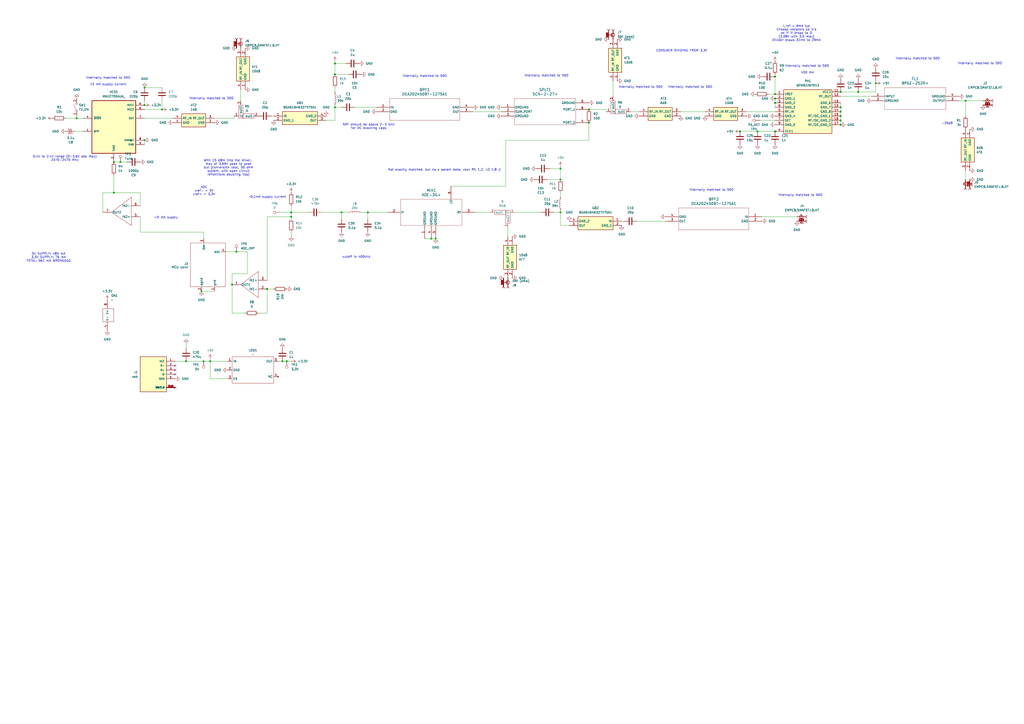
<source format=kicad_sch>
(kicad_sch (version 20231120) (generator "eeschema") (generator_version "8.0")
  (paper "A2")
  (junction (at 194.31 43.18))
  (junction (at 44.45 68.58))
  (junction (at 487.68 67.31))
  (junction (at 429.26 76.2))
  (junction (at 439.42 76.2))
  (junction (at 449.58 59.69))
  (junction (at 487.68 53.34))
  (junction (at 107.95 209.55))
  (junction (at 194.31 36.83))
  (junction (at 449.58 76.2))
  (junction (at 487.68 62.23))
  (junction (at 487.68 69.85))
  (junction (at 69.85 93.98))
  (junction (at 83.82 60.96))
  (junction (at 325.12 97.79))
  (junction (at 497.84 53.34))
  (junction (at 449.58 57.15))
  (junction (at 166.37 209.55))
  (junction (at 508 48.26))
  (junction (at 118.11 209.55))
  (junction (at 449.58 54.61))
  (junction (at 325.12 123.19))
  (junction (at 325.12 104.14))
  (junction (at 116.84 168.91))
  (junction (at 560.07 58.42))
  (junction (at 134.62 165.1))
  (junction (at 252.73 138.43))
  (junction (at 487.68 64.77))
  (junction (at 194.31 62.23))
  (junction (at 341.63 63.5))
  (junction (at 66.04 111.76))
  (junction (at 83.82 81.28))
  (junction (at 198.12 123.19))
  (junction (at 168.91 125.73))
  (junction (at 487.68 72.39))
  (junction (at 83.82 50.8))
  (junction (at 121.92 209.55))
  (junction (at 250.19 138.43))
  (junction (at 93.98 63.5))
  (junction (at 341.63 71.12))
  (junction (at 163.83 209.55))
  (junction (at 213.36 123.19))
  (junction (at 137.16 146.05))
  (junction (at 154.94 167.64))
  (junction (at 168.91 123.19))
  (junction (at 66.04 93.98))
  (junction (at 449.58 44.45))
  (no_connect (at 101.6 217.17))
  (no_connect (at 101.6 224.79))
  (no_connect (at 101.6 212.09))
  (no_connect (at 101.6 214.63))
  (wire (pts (xy 325.12 111.76) (xy 325.12 114.3)))
  (wire (pts (xy 487.68 59.69) (xy 487.68 62.23)))
  (wire (pts (xy 83.82 63.5) (xy 93.98 63.5)))
  (wire (pts (xy 205.74 62.23) (xy 218.44 62.23)))
  (wire (pts (xy 66.04 111.76) (xy 81.28 111.76)))
  (wire (pts (xy 130.81 146.05) (xy 137.16 146.05)))
  (wire (pts (xy 325.12 123.19) (xy 321.31 123.19)))
  (wire (pts (xy 325.12 130.81) (xy 325.12 123.19)))
  (wire (pts (xy 168.91 119.38) (xy 168.91 123.19)))
  (wire (pts (xy 209.55 123.19) (xy 213.36 123.19)))
  (wire (pts (xy 81.28 134.62) (xy 81.28 125.73)))
  (wire (pts (xy 116.84 168.91) (xy 124.46 168.91)))
  (wire (pts (xy 154.94 125.73) (xy 154.94 162.56)))
  (wire (pts (xy 198.12 123.19) (xy 201.93 123.19)))
  (wire (pts (xy 487.68 69.85) (xy 487.68 72.39)))
  (wire (pts (xy 194.31 69.85) (xy 194.31 62.23)))
  (wire (pts (xy 298.45 123.19) (xy 313.69 123.19)))
  (wire (pts (xy 101.6 209.55) (xy 107.95 209.55)))
  (wire (pts (xy 143.51 146.05) (xy 143.51 158.75)))
  (wire (pts (xy 44.45 68.58) (xy 48.26 68.58)))
  (wire (pts (xy 361.95 128.27) (xy 360.68 128.27)))
  (wire (pts (xy 142.24 181.61) (xy 134.62 181.61)))
  (wire (pts (xy 135.89 68.58) (xy 135.89 67.31)))
  (wire (pts (xy 318.77 97.79) (xy 325.12 97.79)))
  (wire (pts (xy 325.12 104.14) (xy 317.5 104.14)))
  (wire (pts (xy 487.68 62.23) (xy 487.68 64.77)))
  (wire (pts (xy 275.59 123.19) (xy 284.48 123.19)))
  (wire (pts (xy 508 46.99) (xy 508 48.26)))
  (wire (pts (xy 341.63 71.12) (xy 341.63 81.28)))
  (wire (pts (xy 121.92 208.28) (xy 121.92 209.55)))
  (wire (pts (xy 351.79 64.77) (xy 351.79 63.5)))
  (wire (pts (xy 107.95 199.39) (xy 107.95 201.93)))
  (wire (pts (xy 93.98 58.42) (xy 93.98 63.5)))
  (wire (pts (xy 213.36 123.19) (xy 224.79 123.19)))
  (wire (pts (xy 66.04 93.98) (xy 69.85 93.98)))
  (wire (pts (xy 154.94 167.64) (xy 154.94 181.61)))
  (wire (pts (xy 118.11 138.43) (xy 118.11 134.62)))
  (wire (pts (xy 59.69 111.76) (xy 66.04 111.76)))
  (wire (pts (xy 194.31 36.83) (xy 194.31 35.56)))
  (wire (pts (xy 274.32 64.77) (xy 290.83 64.77)))
  (wire (pts (xy 194.31 43.18) (xy 201.93 43.18)))
  (wire (pts (xy 439.42 76.2) (xy 449.58 76.2)))
  (wire (pts (xy 449.58 59.69) (xy 449.58 62.23)))
  (wire (pts (xy 440.69 69.85) (xy 449.58 69.85)))
  (wire (pts (xy 394.97 64.77) (xy 408.94 64.77)))
  (wire (pts (xy 81.28 134.62) (xy 118.11 134.62)))
  (wire (pts (xy 194.31 36.83) (xy 194.31 43.18)))
  (wire (pts (xy 83.82 81.28) (xy 83.82 83.82)))
  (wire (pts (xy 369.57 128.27) (xy 386.08 128.27)))
  (wire (pts (xy 325.12 97.79) (xy 325.12 104.14)))
  (wire (pts (xy 137.16 146.05) (xy 143.51 146.05)))
  (wire (pts (xy 330.2 130.81) (xy 325.12 130.81)))
  (wire (pts (xy 139.7 52.07) (xy 139.7 58.42)))
  (wire (pts (xy 162.56 123.19) (xy 168.91 123.19)))
  (wire (pts (xy 107.95 209.55) (xy 118.11 209.55)))
  (wire (pts (xy 118.11 209.55) (xy 121.92 209.55)))
  (wire (pts (xy 487.68 55.88) (xy 505.46 55.88)))
  (wire (pts (xy 83.82 58.42) (xy 83.82 60.96)))
  (wire (pts (xy 44.45 67.31) (xy 44.45 68.58)))
  (wire (pts (xy 83.82 68.58) (xy 100.33 68.58)))
  (wire (pts (xy 81.28 119.38) (xy 81.28 111.76)))
  (wire (pts (xy 157.48 67.31) (xy 158.75 67.31)))
  (wire (pts (xy 121.92 209.55) (xy 132.08 209.55)))
  (wire (pts (xy 154.94 181.61) (xy 149.86 181.61)))
  (wire (pts (xy 168.91 123.19) (xy 168.91 125.73)))
  (wire (pts (xy 43.18 76.2) (xy 48.26 76.2)))
  (wire (pts (xy 198.12 127) (xy 198.12 123.19)))
  (wire (pts (xy 38.1 68.58) (xy 44.45 68.58)))
  (wire (pts (xy 293.37 107.95) (xy 293.37 81.28)))
  (wire (pts (xy 449.58 57.15) (xy 449.58 59.69)))
  (wire (pts (xy 200.66 36.83) (xy 194.31 36.83)))
  (wire (pts (xy 449.58 43.18) (xy 449.58 44.45)))
  (wire (pts (xy 189.23 69.85) (xy 194.31 69.85)))
  (wire (pts (xy 449.58 44.45) (xy 449.58 54.61)))
  (wire (pts (xy 69.85 93.98) (xy 73.66 93.98)))
  (wire (pts (xy 325.12 97.79) (xy 325.12 96.52)))
  (wire (pts (xy 487.68 67.31) (xy 487.68 69.85)))
  (wire (pts (xy 508 48.26) (xy 508 53.34)))
  (wire (pts (xy 134.62 181.61) (xy 134.62 165.1)))
  (wire (pts (xy 143.51 158.75) (xy 134.62 158.75)))
  (wire (pts (xy 429.26 76.2) (xy 439.42 76.2)))
  (wire (pts (xy 365.76 64.77) (xy 370.84 64.77)))
  (wire (pts (xy 59.69 123.19) (xy 59.69 111.76)))
  (wire (pts (xy 163.83 209.55) (xy 166.37 209.55)))
  (wire (pts (xy 194.31 60.96) (xy 194.31 62.23)))
  (wire (pts (xy 351.79 63.5) (xy 341.63 63.5)))
  (wire (pts (xy 293.37 81.28) (xy 341.63 81.28)))
  (wire (pts (xy 168.91 134.62) (xy 168.91 137.16)))
  (wire (pts (xy 441.96 125.73) (xy 462.28 125.73)))
  (wire (pts (xy 246.38 138.43) (xy 250.19 138.43)))
  (wire (pts (xy 261.62 107.95) (xy 293.37 107.95)))
  (wire (pts (xy 556.26 58.42) (xy 560.07 58.42)))
  (wire (pts (xy 325.12 121.92) (xy 325.12 123.19)))
  (wire (pts (xy 294.64 132.08) (xy 294.64 137.16)))
  (wire (pts (xy 121.92 219.71) (xy 121.92 209.55)))
  (wire (pts (xy 83.82 50.8) (xy 93.98 50.8)))
  (wire (pts (xy 154.94 167.64) (xy 158.75 167.64)))
  (wire (pts (xy 250.19 138.43) (xy 252.73 138.43)))
  (wire (pts (xy 186.69 123.19) (xy 198.12 123.19)))
  (wire (pts (xy 194.31 50.8) (xy 194.31 53.34)))
  (wire (pts (xy 433.07 64.77) (xy 449.58 64.77)))
  (wire (pts (xy 194.31 62.23) (xy 198.12 62.23)))
  (wire (pts (xy 154.94 125.73) (xy 168.91 125.73)))
  (wire (pts (xy 560.07 99.06) (xy 560.07 104.14)))
  (wire (pts (xy 560.07 67.31) (xy 560.07 58.42)))
  (wire (pts (xy 132.08 219.71) (xy 121.92 219.71)))
  (wire (pts (xy 560.07 58.42) (xy 570.23 58.42)))
  (wire (pts (xy 161.29 209.55) (xy 163.83 209.55)))
  (wire (pts (xy 497.84 53.34) (xy 508 53.34)))
  (wire (pts (xy 166.37 209.55) (xy 168.91 209.55)))
  (wire (pts (xy 445.77 54.61) (xy 449.58 54.61)))
  (wire (pts (xy 66.04 101.6) (xy 66.04 111.76)))
  (wire (pts (xy 487.68 64.77) (xy 487.68 67.31)))
  (wire (pts (xy 213.36 123.19) (xy 213.36 127)))
  (wire (pts (xy 355.6 46.99) (xy 355.6 55.88)))
  (wire (pts (xy 134.62 158.75) (xy 134.62 165.1)))
  (wire (pts (xy 124.46 68.58) (xy 135.89 68.58)))
  (wire (pts (xy 168.91 123.19) (xy 179.07 123.19)))
  (wire (pts (xy 168.91 125.73) (xy 168.91 127)))
  (wire (pts (xy 487.68 53.34) (xy 497.84 53.34)))
  (text "internally matched to 50O" (at 316.992 43.942 0) (effects (font (size 1.27 1.27))))
  (text "internally matched to 50O" (at 464.312 113.284 0) (effects (font (size 1.27 1.27))))
  (text "Not exactly matched, but no s param data. vswr Rf: 1.2, LO 1.8 :(" (at 257.81 98.552 0) (effects (font (size 1.27 1.27))))
  (text "I_ref = 6mA typ\nChoose resistors so it's\nok if it drops to 0\n(3.08V with 3.5 max)\nDivider draws 31mA to 29mA" (at 462.026 19.304 0) (effects (font (size 1.27 1.27))))
  (text "internally matched to 50O" (at 122.682 57.15 0) (effects (font (size 1.27 1.27))))
  (text "internally matched to 50O" (at 468.122 38.354 0) (effects (font (size 1.27 1.27))))
  (text "internally matched to 50O" (at 532.384 34.036 0) (effects (font (size 1.27 1.27))))
  (text "With 15 dBm into the mixer,\n max of 3.69V peak to peak\n out (conversion loss, 50 ohm\n system, with open circuit\n reflections doubling Vpp)" (at 132.08 97.282 0) (effects (font (size 1.27 1.27))))
  (text "internally matched to 50O" (at 412.75 110.236 0) (effects (font (size 1.27 1.27))))
  (text "internally matched to 50O" (at 568.452 36.83 0) (effects (font (size 1.27 1.27))))
  (text "<5 mA supply" (at 96.266 126.238 0) (effects (font (size 1.27 1.27))))
  (text "cutoff is 400kHz" (at 206.756 149.098 0) (effects (font (size 1.27 1.27))))
  (text "0.4V to 2.4V range (0-3.6V abs max)\n2370-2470 MHz" (at 37.592 91.948 0) (effects (font (size 1.27 1.27))))
  (text "450 mA" (at 468.376 42.164 0) (effects (font (size 1.27 1.27))))
  (text "internally matched to 50O" (at 62.738 45.212 0) (effects (font (size 1.27 1.27))))
  (text "ADC\nvref- = 0V\nvref+ = 3.3V" (at 118.364 110.744 0) (effects (font (size 1.27 1.27))))
  (text "~0.1mA supply current" (at 155.194 114.3 0) (effects (font (size 1.27 1.27))))
  (text "CONSIDER DIVIDING FROM 3.3V" (at 395.478 29.464 0) (effects (font (size 1.27 1.27))))
  (text "15 mA supply current" (at 62.738 49.022 0) (effects (font (size 1.27 1.27))))
  (text "internally matched to 50O" (at 246.38 44.196 0) (effects (font (size 1.27 1.27))))
  (text "internally matched to 50O" (at 400.304 50.546 0) (effects (font (size 1.27 1.27))))
  (text "-35dB" (at 549.402 71.628 0) (effects (font (size 1.27 1.27))))
  (text "SRF should be above 2-3 GHz\nfor DC blocking caps" (at 213.868 73.406 0) (effects (font (size 1.27 1.27))))
  (text "5V SUPPLY: 485 mA\n3.3V SUPPLY: 76 mA\nTOTAL: 561 mA WRONGGGG" (at 28.194 149.352 0) (effects (font (size 1.27 1.27))))
  (text "internally matched to 50O" (at 371.602 50.546 0) (effects (font (size 1.27 1.27))))
  (symbol (lib_id "power:GND") (at 274.32 62.23 90) (unit 1)
    (property "Reference" "#PWR07" (effects (hide yes)))
    (property "Value" "GND" (at 278.13 62.2299 90) (effects (justify right)))
    (property "Description" "Power symbol creates a global label with name \"GND\" , ground" (effects (hide yes)))
  )
  (symbol (lib_id "power:GND") (at 487.68 72.39 90) (unit 1)
    (property "Reference" "#PWR024" (effects (hide yes)))
    (property "Value" "GND" (at 491.49 72.3899 90) (effects (justify right)))
    (property "Description" "Power symbol creates a global label with name \"GND\" , ground" (effects (hide yes)))
  )
  (symbol (lib_id "Device:C") (at 163.83 205.74 0) (unit 1)
    (property "Reference" "C1" (at 167.64 204.4699 0) (effects (justify left)))
    (property "Value" "1u" (at 167.64 207.0099 0) (effects (justify left)))
    (property "Footprint" "Capacitor_SMD:C_0805_2012Metric" (effects (hide yes)))
    (property "Description" "Unpolarized capacitor" (effects (hide yes)))
  )
  (symbol (lib_id "power:GND") (at 449.58 57.15 270) (unit 1)
    (property "Reference" "#PWR055" (effects (hide yes)))
    (property "Value" "GND" (at 445.77 57.1499 90) (effects (justify right)))
    (property "Description" "Power symbol creates a global label with name \"GND\" , ground" (effects (hide yes)))
  )
  (symbol (lib_id "Device:C") (at 153.67 67.31 90) (unit 1)
    (property "Reference" "C2" (at 153.67 59.69 90))
    (property "Value" "20p" (at 153.67 62.23 90))
    (property "Footprint" "Capacitor_SMD:C_0603_1608Metric" (effects (hide yes)))
    (property "Description" "Unpolarized capacitor" (effects (hide yes)))
  )
  (symbol (lib_id "att6:EXB-24AT6AR5X") (at 139.7 48.26 90) (unit 1)
    (property "Reference" "AT1" (at 146.05 38.7349 90) (effects (justify right)))
    (property "Value" "10dB" (at 146.05 41.2749 90) (effects (justify right)))
    (property "Footprint" "my_footprints:EXB24AT6AR5X" (effects (hide yes)))
    (property "Datasheet" "http://industrial.panasonic.com/www-cgi/jvcr13pz.cgi?E+PZ+3+AOJ0002+EXB24AT6AR5X+7+WW" (effects (hide yes)))
    (property "Description" "Chip Attenuator 3GHz 6dB Automotive 4-Pin Case 0404(1010Metric) T/R" (effects (hide yes)))
    (property "Height" "0.45" (effects (hide yes)))
    (property "Manufacturer_Name" "Panasonic" (effects (hide yes)))
    (property "Manufacturer_Part_Number" "EXB-24AT6AR5X" (effects (hide yes)))
    (property "Mouser Part Number" "667-EXB-24AT6AR5X" (effects (hide yes)))
    (property "Mouser Price/Stock" "https://www.mouser.co.uk/ProductDetail/Panasonic/EXB-24AT6AR5X?qs=mBwMfv9Clf1DVBt79fcpJA%3D%3D" (effects (hide yes)))
    (property "Arrow Part Number" "EXB-24AT6AR5X" (effects (hide yes)))
    (property "Arrow Price/Stock" "https://www.arrow.com/en/products/exb-24at6ar5x/panasonic?region=nac" (effects (hide yes)))
  )
  (symbol (lib_id "Connector:TestPoint") (at 162.56 123.19 90) (unit 1)
    (property "Reference" "TP6" (at 159.258 118.11 90))
    (property "Value" "IF" (at 159.258 120.65 90))
    (property "Footprint" "TestPoint:TestPoint_Pad_2.5x2.5mm" (effects (hide yes)))
    (property "Description" "test point" (effects (hide yes)))
  )
  (symbol (lib_id "power:GND") (at 462.28 128.27 0) (mirror y) (unit 1)
    (property "Reference" "#PWR06" (effects (hide yes)))
    (property "Value" "GND" (at 462.28 133.35 0))
    (property "Description" "Power symbol creates a global label with name \"GND\" , ground" (effects (hide yes)))
  )
  (symbol (lib_id "Device:C") (at 93.98 54.61 0) (unit 1)
    (property "Reference" "C7" (at 97.79 53.3399 0) (effects (justify left)))
    (property "Value" "220p" (at 97.79 55.8799 0) (effects (justify left)))
    (property "Footprint" "Capacitor_SMD:C_0603_1608Metric" (effects (hide yes)))
    (property "Description" "Unpolarized capacitor" (effects (hide yes)))
  )
  (symbol (lib_id "my_sma:EMPCB.SMAFSTJ.B.HT") (at 562.61 106.68 90) (unit 1)
    (property "Reference" "J5" (at 565.15 105.7909 90) (effects (justify right)))
    (property "Value" "EMPCB.SMAFSTJ.B.HT" (at 565.15 108.3309 90) (effects (justify right)))
    (property "Footprint" "my_footprints:sma_1.6mm" (effects (hide yes)))
    (property "DigiKey_Part_Number" "931-1175-ND" (effects (hide yes)))
    (property "SnapEDA_Link" "https://www.snapeda.com/parts/EMPCB.SMAFSTJ.B.HT/Taoglas/view-part/?ref=snap" (effects (hide yes)))
    (property "Description_1" "\n                        \n                            SMA Connector Jack, Female Socket 50 Ohms Board Edge, End Launch Solder\n                        \n" (effects (hide yes)))
    (property "Package" "None" (effects (hide yes)))
    (property "Check_prices" "https://www.snapeda.com/parts/EMPCB.SMAFSTJ.B.HT/Taoglas/view-part/?ref=eda" (effects (hide yes)))
    (property "STANDARD" "Manufacturer Recommendation" (effects (hide yes)))
    (property "MF" "Taoglas Limited" (effects (hide yes)))
    (property "MP" "EMPCB.SMAFSTJ.B.HT" (effects (hide yes)))
    (property "MANUFACTURER" "TAOGLAS" (effects (hide yes)))
  )
  (symbol (lib_id "ukb:SCN-2-27+") (at 290.83 62.23 0) (unit 1)
    (property "Reference" "SPLT1" (at 316.23 52.07 0) (effects (font (size 1.524 1.524))))
    (property "Value" "SCN-2-27+" (at 316.23 54.61 0) (effects (font (size 1.524 1.524))))
    (property "Footprint" "Filter:Filter_Mini-Circuits_FV1206-1" (effects (hide yes)))
    (property "Datasheet" "SCN-2-27+" (effects (hide yes)))
  )
  (symbol (lib_id "Device:C") (at 77.47 93.98 90) (mirror x) (unit 1)
    (property "Reference" "C9" (at 77.47 101.6 90))
    (property "Value" "1000p" (at 77.47 99.06 90))
    (property "Footprint" "Capacitor_SMD:C_0805_2012Metric" (effects (hide yes)))
    (property "Description" "Unpolarized capacitor" (effects (hide yes)))
  )
  (symbol (lib_id "my_sma:EMPCB.SMAFSTJ.B.HT") (at 464.82 128.27 0) (mirror y) (unit 1)
    (property "Reference" "J4" (at 465.201 119.38 0))
    (property "Value" "EMPCB.SMAFSTJ.B.HT" (at 465.201 121.92 0))
    (property "Footprint" "my_footprints:sma_1.6mm" (effects (hide yes)))
    (property "DigiKey_Part_Number" "931-1175-ND" (effects (hide yes)))
    (property "SnapEDA_Link" "https://www.snapeda.com/parts/EMPCB.SMAFSTJ.B.HT/Taoglas/view-part/?ref=snap" (effects (hide yes)))
    (property "Description_1" "\n                        \n                            SMA Connector Jack, Female Socket 50 Ohms Board Edge, End Launch Solder\n                        \n" (effects (hide yes)))
    (property "Package" "None" (effects (hide yes)))
    (property "Check_prices" "https://www.snapeda.com/parts/EMPCB.SMAFSTJ.B.HT/Taoglas/view-part/?ref=eda" (effects (hide yes)))
    (property "STANDARD" "Manufacturer Recommendation" (effects (hide yes)))
    (property "MF" "Taoglas Limited" (effects (hide yes)))
    (property "MP" "EMPCB.SMAFSTJ.B.HT" (effects (hide yes)))
    (property "MANUFACTURER" "TAOGLAS" (effects (hide yes)))
  )
  (symbol (lib_id "power:GND") (at 116.84 168.91 0) (unit 1)
    (property "Reference" "#PWR074" (effects (hide yes)))
    (property "Value" "GND" (at 116.84 173.99 0))
    (property "Description" "Power symbol creates a global label with name \"GND\" , ground" (effects (hide yes)))
  )
  (symbol (lib_id "Switch:SW_SPST") (at 44.45 62.23 90) (unit 1)
    (property "Reference" "SW1" (at 45.72 60.9599 90) (effects (justify right)))
    (property "Value" "TX_EN" (at 45.72 63.4999 90) (effects (justify right)))
    (property "Footprint" "Connector_PinHeader_2.54mm:PinHeader_1x02_P2.54mm_Vertical" (effects (hide yes)))
    (property "Description" "Single Pole Single Throw (SPST) switch" (effects (hide yes)))
  )
  (symbol (lib_id "power:GND") (at 132.08 214.63 270) (unit 1)
    (property "Reference" "#PWR080" (effects (hide yes)))
    (property "Value" "GND" (at 128.27 214.6299 90) (effects (justify right)))
    (property "Description" "Power symbol creates a global label with name \"GND\" , ground" (effects (hide yes)))
  )
  (symbol (lib_id "power:GND") (at 189.23 67.31 180) (unit 1)
    (property "Reference" "#PWR029" (effects (hide yes)))
    (property "Value" "GND" (at 189.23 62.23 0))
    (property "Description" "Power symbol creates a global label with name \"GND\" , ground" (effects (hide yes)))
  )
  (symbol (lib_id "Device:R") (at 146.05 181.61 90) (unit 1)
    (property "Reference" "R8" (at 146.05 175.26 90))
    (property "Value" "0" (at 146.05 177.8 90))
    (property "Footprint" "Resistor_SMD:R_0805_2012Metric" (effects (hide yes)))
    (property "Description" "Resistor" (effects (hide yes)))
  )
  (symbol (lib_id "power:GND") (at 44.45 57.15 180) (unit 1)
    (property "Reference" "#PWR036" (effects (hide yes)))
    (property "Value" "GND" (at 44.45 52.07 0))
    (property "Description" "Power symbol creates a global label with name \"GND\" , ground" (effects (hide yes)))
  )
  (symbol (lib_id "power:GND") (at 158.75 69.85 0) (unit 1)
    (property "Reference" "#PWR045" (effects (hide yes)))
    (property "Value" "GND" (at 158.75 74.93 0))
    (property "Description" "Power symbol creates a global label with name \"GND\" , ground" (effects (hide yes)))
  )
  (symbol (lib_id "power:GND") (at 297.18 161.29 90) (mirror x) (unit 1)
    (property "Reference" "#PWR048" (effects (hide yes)))
    (property "Value" "GND" (at 300.99 161.2901 90) (effects (justify right)))
    (property "Description" "Power symbol creates a global label with name \"GND\" , ground" (effects (hide yes)))
  )
  (symbol (lib_id "power:GND") (at 358.14 46.99 90) (unit 1)
    (property "Reference" "#PWR042" (effects (hide yes)))
    (property "Value" "GND" (at 361.95 46.9899 90) (effects (justify right)))
    (property "Description" "Power symbol creates a global label with name \"GND\" , ground" (effects (hide yes)))
  )
  (symbol (lib_id "Device:C") (at 449.58 80.01 0) (unit 1)
    (property "Reference" "C21" (at 453.39 78.7399 0) (effects (justify left)))
    (property "Value" "1n" (at 453.39 81.2799 0) (effects (justify left)))
    (property "Footprint" "Capacitor_SMD:C_0805_2012Metric" (effects (hide yes)))
    (property "Description" "Unpolarized capacitor" (effects (hide yes)))
  )
  (symbol (lib_id "power:GND") (at 570.23 60.96 0) (mirror y) (unit 1)
    (property "Reference" "#PWR013" (effects (hide yes)))
    (property "Value" "GND" (at 570.23 66.04 0))
    (property "Description" "Power symbol creates a global label with name \"GND\" , ground" (effects (hide yes)))
  )
  (symbol (lib_id "power:GND") (at 556.26 55.88 90) (unit 1)
    (property "Reference" "#PWR019" (effects (hide yes)))
    (property "Value" "GND" (at 560.07 55.8799 90) (effects (justify right)))
    (property "Description" "Power symbol creates a global label with name \"GND\" , ground" (effects (hide yes)))
  )
  (symbol (lib_id "power:GND") (at 208.28 36.83 90) (unit 1)
    (property "Reference" "#PWR05" (effects (hide yes)))
    (property "Value" "GND" (at 212.09 36.8299 90) (effects (justify right)))
    (property "Description" "Power symbol creates a global label with name \"GND\" , ground" (effects (hide yes)))
  )
  (symbol (lib_id "power:GND") (at 107.95 199.39 180) (unit 1)
    (property "Reference" "#PWR056" (effects (hide yes)))
    (property "Value" "GND" (at 107.95 194.31 0))
    (property "Description" "Power symbol creates a global label with name \"GND\" , ground" (effects (hide yes)))
  )
  (symbol (lib_id "power:GND") (at 562.61 74.93 90) (unit 1)
    (property "Reference" "#PWR044" (effects (hide yes)))
    (property "Value" "GND" (at 566.42 74.9299 90) (effects (justify right)))
    (property "Description" "Power symbol creates a global label with name \"GND\" , ground" (effects (hide yes)))
  )
  (symbol (lib_id "Device:C") (at 213.36 130.81 180) (unit 1)
    (property "Reference" "C34" (at 217.17 129.5399 0) (effects (justify right)))
    (property "Value" "5.1p" (at 217.17 132.0799 0) (effects (justify right)))
    (property "Footprint" "Capacitor_SMD:C_0603_1608Metric" (effects (hide yes)))
    (property "Description" "Unpolarized capacitor" (effects (hide yes)))
  )
  (symbol (lib_id "power:+3.3V") (at 93.98 63.5 270) (unit 1)
    (property "Reference" "#PWR033" (effects (hide yes)))
    (property "Value" "+3.3V" (at 97.79 63.4999 90) (effects (justify left)))
    (property "Description" "Power symbol creates a global label with name \"+3.3V\"" (effects (hide yes)))
  )
  (symbol (lib_id "power:GND") (at 38.1 76.2 270) (unit 1)
    (property "Reference" "#PWR032" (effects (hide yes)))
    (property "Value" "GND" (at 34.29 76.1999 90) (effects (justify right)))
    (property "Description" "Power symbol creates a global label with name \"GND\" , ground" (effects (hide yes)))
  )
  (symbol (lib_id "power:+5V") (at 508 48.26 270) (unit 1)
    (property "Reference" "#PWR065" (effects (hide yes)))
    (property "Value" "+5V" (at 511.81 48.2599 90) (effects (justify left)))
    (property "Description" "Power symbol creates a global label with name \"+5V\"" (effects (hide yes)))
  )
  (symbol (lib_id "Device:R") (at 441.96 54.61 90) (unit 1)
    (property "Reference" "R10" (at 441.96 48.26 90))
    (property "Value" "100" (at 441.96 50.8 90))
    (property "Footprint" "Resistor_SMD:R_0805_2012Metric" (effects (hide yes)))
    (property "Description" "Resistor" (effects (hide yes)))
  )
  (symbol (lib_id "power:GND") (at 505.46 58.42 270) (unit 1)
    (property "Reference" "#PWR023" (effects (hide yes)))
    (property "Value" "GND" (at 501.65 58.4199 90) (effects (justify right)))
    (property "Description" "Power symbol creates a global label with name \"GND\" , ground" (effects (hide yes)))
  )
  (symbol (lib_id "power:GND") (at 166.37 167.64 90) (unit 1)
    (property "Reference" "#PWR035" (effects (hide yes)))
    (property "Value" "GND" (at 170.18 167.6399 90) (effects (justify right)))
    (property "Description" "Power symbol creates a global label with name \"GND\" , ground" (effects (hide yes)))
  )
  (symbol (lib_id "Device:C_Polarized_Small_US") (at 40.64 76.2 270) (mirror x) (unit 1)
    (property "Reference" "C8" (at 41.0718 82.55 90))
    (property "Value" "0.1u" (at 41.0718 80.01 90))
    (property "Footprint" "Capacitor_SMD:C_0805_2012Metric" (effects (hide yes)))
    (property "Description" "Polarized capacitor, small US symbol" (effects (hide yes)))
  )
  (symbol (lib_id "Device:C") (at 445.77 44.45 90) (unit 1)
    (property "Reference" "C27" (at 445.77 36.83 90))
    (property "Value" "0.1u" (at 445.77 39.37 90))
    (property "Footprint" "Capacitor_SMD:C_0805_2012Metric" (effects (hide yes)))
    (property "Description" "Unpolarized capacitor" (effects (hide yes)))
  )
  (symbol (lib_id "att6:EXB-24AT6AR5X") (at 294.64 140.97 90) (mirror x) (unit 1)
    (property "Reference" "AT7" (at 300.99 150.4951 90) (effects (justify right)))
    (property "Value" "10dB" (at 300.99 147.9551 90) (effects (justify right)))
    (property "Footprint" "my_footprints:EXB24AT6AR5X" (effects (hide yes)))
    (property "Datasheet" "http://industrial.panasonic.com/www-cgi/jvcr13pz.cgi?E+PZ+3+AOJ0002+EXB24AT6AR5X+7+WW" (effects (hide yes)))
    (property "Description" "Chip Attenuator 3GHz 6dB Automotive 4-Pin Case 0404(1010Metric) T/R" (effects (hide yes)))
    (property "Height" "0.45" (effects (hide yes)))
    (property "Manufacturer_Name" "Panasonic" (effects (hide yes)))
    (property "Manufacturer_Part_Number" "EXB-24AT6AR5X" (effects (hide yes)))
    (property "Mouser Part Number" "667-EXB-24AT6AR5X" (effects (hide yes)))
    (property "Mouser Price/Stock" "https://www.mouser.co.uk/ProductDetail/Panasonic/EXB-24AT6AR5X?qs=mBwMfv9Clf1DVBt79fcpJA%3D%3D" (effects (hide yes)))
    (property "Arrow Part Number" "EXB-24AT6AR5X" (effects (hide yes)))
    (property "Arrow Price/Stock" "https://www.arrow.com/en/products/exb-24at6ar5x/panasonic?region=nac" (effects (hide yes)))
  )
  (symbol (lib_id "smaller_bpf:BPGE-252R+") (at 505.46 55.88 0) (unit 1)
    (property "Reference" "FL1" (at 530.86 45.72 0) (effects (font (size 1.524 1.524))))
    (property "Value" "BPGE-252R+" (at 530.86 48.26 0) (effects (font (size 1.524 1.524))))
    (property "Footprint" "my_footprints:GE0805C-3_MNC" (effects (hide yes)))
    (property "Datasheet" "BPGE-252R+" (effects (hide yes)))
  )
  (symbol (lib_id "Device:C") (at 83.82 54.61 0) (mirror y) (unit 1)
    (property "Reference" "C6" (at 80.01 53.3399 0) (effects (justify left)))
    (property "Value" "220p" (at 80.01 55.8799 0) (effects (justify left)))
    (property "Footprint" "Capacitor_SMD:C_0603_1608Metric" (effects (hide yes)))
    (property "Description" "Unpolarized capacitor" (effects (hide yes)))
  )
  (symbol (lib_id "big_pitch_gb:BGA616H6327XTSA1") (at 360.68 128.27 0) (mirror y) (unit 1)
    (property "Reference" "GB2" (at 345.44 120.65 0))
    (property "Value" "BGA616H6327XTSA1" (at 345.44 123.19 0))
    (property "Footprint" "my_footprints:BGA616H6327XTSA1" (effects (hide yes)))
    (property "Datasheet" "https://www.infineon.com/dgdl/Infineon-BGA616-DS-v02_01-en.pdf?fileId=db3a304314dca3890115419102bb163b" (effects (hide yes)))
    (property "Description" "RF Amplifier IC CDMA, GSM, PCS 0Hz ~ 2.7GHz PG-SOT343-4" (effects (hide yes)))
    (property "Height" "1" (effects (hide yes)))
    (property "Manufacturer_Name" "Infineon" (effects (hide yes)))
    (property "Manufacturer_Part_Number" "BGA616H6327XTSA1" (effects (hide yes)))
    (property "Mouser Part Number" "726-BGA616H6327XTSA1" (effects (hide yes)))
    (property "Mouser Price/Stock" "https://www.mouser.co.uk/ProductDetail/Infineon-Technologies/BGA616H6327XTSA1?qs=K00xGehIlju0hwqCixDg5g%3D%3D" (effects (hide yes)))
    (property "Arrow Part Number" "BGA616H6327XTSA1" (effects (hide yes)))
    (property "Arrow Price/Stock" "https://www.arrow.com/en/products/bga616h6327xtsa1/infineon-technologies-ag?region=nac" (effects (hide yes)))
  )
  (symbol (lib_id "power:GND") (at 449.58 67.31 270) (unit 1)
    (property "Reference" "#PWR054" (effects (hide yes)))
    (property "Value" "GND" (at 445.77 67.3099 90) (effects (justify right)))
    (property "Description" "Power symbol creates a global label with name \"GND\" , ground" (effects (hide yes)))
  )
  (symbol (lib_id "power:GND") (at 83.82 50.8 180) (unit 1)
    (property "Reference" "#PWR028" (effects (hide yes)))
    (property "Value" "GND" (at 83.82 45.72 0))
    (property "Description" "Power symbol creates a global label with name \"GND\" , ground" (effects (hide yes)))
  )
  (symbol (lib_id "power:+3.3V") (at 168.91 111.76 0) (unit 1)
    (property "Reference" "#PWR026" (effects (hide yes)))
    (property "Value" "+3.3V" (at 168.91 106.68 0))
    (property "Description" "Power symbol creates a global label with name \"+3.3V\"" (effects (hide yes)))
  )
  (symbol (lib_id "max2750:MAX2750AUA_") (at 66.04 73.66 0) (unit 1)
    (property "Reference" "VCO1" (at 66.04 53.34 0))
    (property "Value" "MAX2750AUA_" (at 66.04 55.88 0))
    (property "Footprint" "my_footprints:SOP65P490X110-8N" (effects (hide yes)))
    (property "DigiKey_Part_Number" "MAX2750AUA+-ND" (effects (hide yes)))
    (property "SnapEDA_Link" "https://www.snapeda.com/parts/MAX2750AUA+/Analog+Devices/view-part/?ref=snap" (effects (hide yes)))
    (property "Description_1" "\n                        \n                            2.4GHz Monolithic Voltage-Controlled Oscillator\n                        \n" (effects (hide yes)))
    (property "MF" "Analog Devices" (effects (hide yes)))
    (property "Package" "MICRO MAX-8 Maxim" (effects (hide yes)))
    (property "Check_prices" "https://www.snapeda.com/parts/MAX2750AUA+/Analog+Devices/view-part/?ref=eda" (effects (hide yes)))
    (property "MP" "MAX2750AUA+" (effects (hide yes)))
  )
  (symbol (lib_id "my_sma:EMPCB.SMAFSTJ.B.HT") (at 353.06 20.32 270) (unit 1)
    (property "Reference" "J7" (at 358.14 18.6689 90) (effects (justify left)))
    (property "Value" "DNI (sma)" (at 358.14 21.2089 90) (effects (justify left)))
    (property "Footprint" "my_footprints:sma_1.6mm" (effects (hide yes)))
    (property "DigiKey_Part_Number" "931-1175-ND" (effects (hide yes)))
    (property "SnapEDA_Link" "https://www.snapeda.com/parts/EMPCB.SMAFSTJ.B.HT/Taoglas/view-part/?ref=snap" (effects (hide yes)))
    (property "Description_1" "\n                        \n                            SMA Connector Jack, Female Socket 50 Ohms Board Edge, End Launch Solder\n                        \n" (effects (hide yes)))
    (property "Package" "None" (effects (hide yes)))
    (property "Check_prices" "https://www.snapeda.com/parts/EMPCB.SMAFSTJ.B.HT/Taoglas/view-part/?ref=eda" (effects (hide yes)))
    (property "STANDARD" "Manufacturer Recommendation" (effects (hide yes)))
    (property "MF" "Taoglas Limited" (effects (hide yes)))
    (property "MP" "EMPCB.SMAFSTJ.B.HT" (effects (hide yes)))
    (property "MANUFACTURER" "TAOGLAS" (effects (hide yes)))
  )
  (symbol (lib_id "power:GND") (at 62.23 191.77 0) (unit 1)
    (property "Reference" "#PWR046" (effects (hide yes)))
    (property "Value" "GND" (at 62.23 196.85 0))
    (property "Description" "Power symbol creates a global label with name \"GND\" , ground" (effects (hide yes)))
  )
  (symbol (lib_id "Device:L") (at 205.74 123.19 90) (unit 1)
    (property "Reference" "L8" (at 205.74 118.11 90))
    (property "Value" "20n" (at 205.74 120.65 90))
    (property "Footprint" "Inductor_SMD:L_0603_1608Metric" (effects (hide yes)))
    (property "Description" "Inductor" (effects (hide yes)))
  )
  (symbol (lib_id "uka:2way_jumper") (at 140.97 62.23 0) (unit 1)
    (property "Reference" "R5" (at 143.256 61.722 0))
    (property "Value" "0" (at 143.256 64.262 0))
    (property "Footprint" "my_footprints:2way_jumper" (effects (hide yes)))
  )
  (symbol (lib_id "power:+5V") (at 429.26 76.2 90) (unit 1)
    (property "Reference" "#PWR064" (effects (hide yes)))
    (property "Value" "+5V" (at 425.45 76.1999 90) (effects (justify left)))
    (property "Description" "Power symbol creates a global label with name \"+5V\"" (effects (hide yes)))
  )
  (symbol (lib_id "Device:C") (at 487.68 49.53 0) (unit 1)
    (property "Reference" "C23" (at 491.49 48.2599 0) (effects (justify left)))
    (property "Value" "1n" (at 491.49 50.7999 0) (effects (justify left)))
    (property "Footprint" "Capacitor_SMD:C_0805_2012Metric" (effects (hide yes)))
    (property "Description" "Unpolarized capacitor" (effects (hide yes)))
  )
  (symbol (lib_id "uka:2way_jumper") (at 356.87 59.69 0) (unit 1)
    (property "Reference" "R6" (at 359.664 59.436 0))
    (property "Value" "0" (at 359.664 61.976 0))
    (property "Footprint" "my_footprints:2way_jumper" (effects (hide yes)))
  )
  (symbol (lib_id "Device:C") (at 439.42 80.01 0) (unit 1)
    (property "Reference" "C22" (at 443.23 78.7399 0) (effects (justify left)))
    (property "Value" "1u" (at 443.23 81.2799 0) (effects (justify left)))
    (property "Footprint" "Capacitor_SMD:C_0805_2012Metric" (effects (hide yes)))
    (property "Description" "Unpolarized capacitor" (effects (hide yes)))
  )
  (symbol (lib_id "power:+3.3V") (at 168.91 209.55 270) (unit 1)
    (property "Reference" "#PWR079" (effects (hide yes)))
    (property "Value" "+3.3V" (at 172.72 209.5499 90) (effects (justify left)))
    (property "Description" "Power symbol creates a global label with name \"+3.3V\"" (effects (hide yes)))
  )
  (symbol (lib_id "power:GND") (at 290.83 67.31 270) (unit 1)
    (property "Reference" "#PWR09" (effects (hide yes)))
    (property "Value" "GND" (at 287.02 67.3099 90) (effects (justify right)))
    (property "Description" "Power symbol creates a global label with name \"GND\" , ground" (effects (hide yes)))
  )
  (symbol (lib_id "Device:C") (at 497.84 49.53 0) (unit 1)
    (property "Reference" "C24" (at 501.65 48.2599 0) (effects (justify left)))
    (property "Value" "1u" (at 501.65 50.7999 0) (effects (justify left)))
    (property "Footprint" "Capacitor_SMD:C_0805_2012Metric" (effects (hide yes)))
    (property "Description" "Unpolarized capacitor" (effects (hide yes)))
  )
  (symbol (lib_id "Device:C") (at 182.88 123.19 90) (unit 1)
    (property "Reference" "C36" (at 182.88 115.57 90))
    (property "Value" "470n" (at 182.88 118.11 90))
    (property "Footprint" "Capacitor_SMD:C_0805_2012Metric" (effects (hide yes)))
    (property "Description" "Unpolarized capacitor" (effects (hide yes)))
  )
  (symbol (lib_id "power:GND") (at 449.58 83.82 0) (unit 1)
    (property "Reference" "#PWR058" (effects (hide yes)))
    (property "Value" "GND" (at 449.58 88.9 0))
    (property "Description" "Power symbol creates a global label with name \"GND\" , ground" (effects (hide yes)))
  )
  (symbol (lib_id "uka:DEA202450BT-1275A1") (at 218.44 62.23 0) (unit 1)
    (property "Reference" "BPF1" (at 246.38 52.07 0) (effects (font (size 1.524 1.524))))
    (property "Value" "DEA202450BT-1275A1" (at 246.38 54.61 0) (effects (font (size 1.524 1.524))))
    (property "Footprint" "my_footprints:DEA-4_2P0X1P25" (effects (hide yes)))
    (property "Datasheet" "DEA202450BT-1275A1" (effects (hide yes)))
  )
  (symbol (lib_id "power:GND") (at 252.73 138.43 0) (mirror y) (unit 1)
    (property "Reference" "#PWR018" (effects (hide yes)))
    (property "Value" "GND" (at 252.73 143.51 0))
    (property "Description" "Power symbol creates a global label with name \"GND\" , ground" (effects (hide yes)))
  )
  (symbol (lib_id "Device:R") (at 162.56 167.64 270) (mirror x) (unit 1)
    (property "Reference" "R19" (at 161.2899 170.18 0) (effects (justify right)))
    (property "Value" "DNI" (at 163.8299 170.18 0) (effects (justify right)))
    (property "Footprint" "Resistor_SMD:R_0805_2012Metric" (effects (hide yes)))
    (property "Description" "Resistor" (effects (hide yes)))
  )
  (symbol (lib_id "power:GND") (at 198.12 134.62 0) (unit 1)
    (property "Reference" "#PWR073" (effects (hide yes)))
    (property "Value" "GND" (at 198.12 139.7 0))
    (property "Description" "Power symbol creates a global label with name \"GND\" , ground" (effects (hide yes)))
  )
  (symbol (lib_id "Device:C") (at 314.96 97.79 270) (mirror x) (unit 1)
    (property "Reference" "C12" (at 314.96 90.17 90))
    (property "Value" "1u" (at 314.96 92.71 90))
    (property "Footprint" "Capacitor_SMD:C_0805_2012Metric" (effects (hide yes)))
    (property "Description" "Unpolarized capacitor" (effects (hide yes)))
  )
  (symbol (lib_id "power:GND") (at 370.84 67.31 270) (unit 1)
    (property "Reference" "#PWR049" (effects (hide yes)))
    (property "Value" "GND" (at 367.03 67.3099 90) (effects (justify right)))
    (property "Description" "Power symbol creates a global label with name \"GND\" , ground" (effects (hide yes)))
  )
  (symbol (lib_id "power:GND") (at 101.6 219.71 90) (unit 1)
    (property "Reference" "#PWR02" (effects (hide yes)))
    (property "Value" "GND" (at 105.41 219.7099 90) (effects (justify right)))
    (property "Description" "Power symbol creates a global label with name \"GND\" , ground" (effects (hide yes)))
  )
  (symbol (lib_id "att6:EXB-24AT6AR5X") (at 374.65 64.77 0) (unit 1)
    (property "Reference" "AT3" (at 384.81 57.15 0))
    (property "Value" "6dB" (at 384.81 59.69 0))
    (property "Footprint" "my_footprints:EXB24AT6AR5X" (effects (hide yes)))
    (property "Datasheet" "http://industrial.panasonic.com/www-cgi/jvcr13pz.cgi?E+PZ+3+AOJ0002+EXB24AT6AR5X+7+WW" (effects (hide yes)))
    (property "Description" "Chip Attenuator 3GHz 6dB Automotive 4-Pin Case 0404(1010Metric) T/R" (effects (hide yes)))
    (property "Height" "0.45" (effects (hide yes)))
    (property "Manufacturer_Name" "Panasonic" (effects (hide yes)))
    (property "Manufacturer_Part_Number" "EXB-24AT6AR5X" (effects (hide yes)))
    (property "Mouser Part Number" "667-EXB-24AT6AR5X" (effects (hide yes)))
    (property "Mouser Price/Stock" "https://www.mouser.co.uk/ProductDetail/Panasonic/EXB-24AT6AR5X?qs=mBwMfv9Clf1DVBt79fcpJA%3D%3D" (effects (hide yes)))
    (property "Arrow Part Number" "EXB-24AT6AR5X" (effects (hide yes)))
    (property "Arrow Price/Stock" "https://www.arrow.com/en/products/exb-24at6ar5x/panasonic?region=nac" (effects (hide yes)))
  )
  (symbol (lib_id "Device:C") (at 365.76 128.27 270) (mirror x) (unit 1)
    (property "Reference" "C10" (at 365.76 120.65 90))
    (property "Value" "20p" (at 365.76 123.19 90))
    (property "Footprint" "Capacitor_SMD:C_0603_1608Metric" (effects (hide yes)))
    (property "Description" "Unpolarized capacitor" (effects (hide yes)))
  )
  (symbol (lib_id "my_sma:EMPCB.SMAFSTJ.B.HT") (at 292.1 163.83 270) (mirror x) (unit 1)
    (property "Reference" "J8" (at 297.18 165.4811 90) (effects (justify left)))
    (property "Value" "DNI (sma)" (at 297.18 162.9411 90) (effects (justify left)))
    (property "Footprint" "my_footprints:sma_1.6mm" (effects (hide yes)))
    (property "DigiKey_Part_Number" "931-1175-ND" (effects (hide yes)))
    (property "SnapEDA_Link" "https://www.snapeda.com/parts/EMPCB.SMAFSTJ.B.HT/Taoglas/view-part/?ref=snap" (effects (hide yes)))
    (property "Description_1" "\n                        \n                            SMA Connector Jack, Female Socket 50 Ohms Board Edge, End Launch Solder\n                        \n" (effects (hide yes)))
    (property "Package" "None" (effects (hide yes)))
    (property "Check_prices" "https://www.snapeda.com/parts/EMPCB.SMAFSTJ.B.HT/Taoglas/view-part/?ref=eda" (effects (hide yes)))
    (property "STANDARD" "Manufacturer Recommendation" (effects (hide yes)))
    (property "MF" "Taoglas Limited" (effects (hide yes)))
    (property "MP" "EMPCB.SMAFSTJ.B.HT" (effects (hide yes)))
    (property "MANUFACTURER" "TAOGLAS" (effects (hide yes)))
  )
  (symbol (lib_id "Device:L") (at 194.31 57.15 0) (unit 1)
    (property "Reference" "L1" (at 195.58 55.8799 0) (effects (justify left)))
    (property "Value" "39n" (at 195.58 58.4199 0) (effects (justify left)))
    (property "Footprint" "Inductor_SMD:L_0603_1608Metric" (effects (hide yes)))
    (property "Description" "Inductor" (effects (hide yes)))
  )
  (symbol (lib_id "power:GND") (at 142.24 52.07 90) (unit 1)
    (property "Reference" "#PWR038" (effects (hide yes)))
    (property "Value" "GND" (at 146.05 52.0699 90) (effects (justify right)))
    (property "Description" "Power symbol creates a global label with name \"GND\" , ground" (effects (hide yes)))
  )
  (symbol (lib_id "power:GND") (at 142.24 27.94 90) (unit 1)
    (property "Reference" "#PWR037" (effects (hide yes)))
    (property "Value" "GND" (at 146.05 27.9399 90) (effects (justify right)))
    (property "Description" "Power symbol creates a global label with name \"GND\" , ground" (effects (hide yes)))
  )
  (symbol (lib_id "att6:EXB-24AT6AR5X") (at 355.6 43.18 90) (unit 1)
    (property "Reference" "AT5" (at 361.95 33.6549 90) (effects (justify right)))
    (property "Value" "10dB" (at 361.95 36.1949 90) (effects (justify right)))
    (property "Footprint" "my_footprints:EXB24AT6AR5X" (effects (hide yes)))
    (property "Datasheet" "http://industrial.panasonic.com/www-cgi/jvcr13pz.cgi?E+PZ+3+AOJ0002+EXB24AT6AR5X+7+WW" (effects (hide yes)))
    (property "Description" "Chip Attenuator 3GHz 6dB Automotive 4-Pin Case 0404(1010Metric) T/R" (effects (hide yes)))
    (property "Height" "0.45" (effects (hide yes)))
    (property "Manufacturer_Name" "Panasonic" (effects (hide yes)))
    (property "Manufacturer_Part_Number" "EXB-24AT6AR5X" (effects (hide yes)))
    (property "Mouser Part Number" "667-EXB-24AT6AR5X" (effects (hide yes)))
    (property "Mouser Price/Stock" "https://www.mouser.co.uk/ProductDetail/Panasonic/EXB-24AT6AR5X?qs=mBwMfv9Clf1DVBt79fcpJA%3D%3D" (effects (hide yes)))
    (property "Arrow Part Number" "EXB-24AT6AR5X" (effects (hide yes)))
    (property "Arrow Price/Stock" "https://www.arrow.com/en/products/exb-24at6ar5x/panasonic?region=nac" (effects (hide yes)))
  )
  (symbol (lib_id "power:GND") (at 309.88 104.14 270) (mirror x) (unit 1)
    (property "Reference" "#PWR071" (effects (hide yes)))
    (property "Value" "GND" (at 306.07 104.1399 90) (effects (justify right)))
    (property "Description" "Power symbol creates a global label with name \"GND\" , ground" (effects (hide yes)))
  )
  (symbol (lib_id "Device:R") (at 66.04 97.79 0) (unit 1)
    (property "Reference" "R4" (at 68.58 96.5199 0) (effects (justify left)))
    (property "Value" "1k" (at 68.58 99.0599 0) (effects (justify left)))
    (property "Footprint" "Resistor_SMD:R_0805_2012Metric" (effects (hide yes)))
    (property "Description" "Resistor" (effects (hide yes)))
  )
  (symbol (lib_id "power:GND") (at 218.44 64.77 270) (unit 1)
    (property "Reference" "#PWR08" (effects (hide yes)))
    (property "Value" "GND" (at 214.63 64.7699 90) (effects (justify right)))
    (property "Description" "Power symbol creates a global label with name \"GND\" , ground" (effects (hide yes)))
  )
  (symbol (lib_id "power:GND") (at 429.26 83.82 0) (unit 1)
    (property "Reference" "#PWR062" (effects (hide yes)))
    (property "Value" "GND" (at 429.26 88.9 0))
    (property "Description" "Power symbol creates a global label with name \"GND\" , ground" (effects (hide yes)))
  )
  (symbol (lib_id "mc_ade_3g:ADE-3G+") (at 224.79 120.65 0) (unit 1)
    (property "Reference" "MIX1" (at 250.19 110.49 0) (effects (font (size 1.524 1.524))))
    (property "Value" "ADE-3G+" (at 250.19 113.03 0) (effects (font (size 1.524 1.524))))
    (property "Footprint" "RF_Mini-Circuits:Mini-Circuits_CD542_LandPatternPL-052" (effects (hide yes)))
    (property "Datasheet" "ADE-3G+" (effects (hide yes)))
  )
  (symbol (lib_id "power:GND") (at 292.1 161.29 270) (mirror x) (unit 1)
    (property "Reference" "#PWR047" (effects (hide yes)))
    (property "Value" "GND" (at 288.29 161.2901 90) (effects (justify right)))
    (property "Description" "Power symbol creates a global label with name \"GND\" , ground" (effects (hide yes)))
  )
  (symbol (lib_id "ukc:ti_ldo") (at 147.32 201.93 0) (unit 1)
    (property "Reference" "LDO1" (at 146.685 203.2 0))
    (property "Value" "~" (at 146.685 205.74 0))
    (property "Footprint" "my_footprints:SOT95P280X145-5N(ldo)" (effects (hide yes)))
  )
  (symbol (lib_id "Device:R") (at 560.07 71.12 0) (mirror y) (unit 1)
    (property "Reference" "R1" (at 557.53 69.8499 0) (effects (justify left)))
    (property "Value" "3k" (at 557.53 72.3899 0) (effects (justify left)))
    (property "Footprint" "Resistor_SMD:R_0805_2012Metric" (effects (hide yes)))
    (property "Description" "Resistor" (effects (hide yes)))
  )
  (symbol (lib_id "power:GND") (at 341.63 59.69 90) (unit 1)
    (property "Reference" "#PWR011" (effects (hide yes)))
    (property "Value" "GND" (at 345.44 59.6899 90) (effects (justify right)))
    (property "Description" "Power symbol creates a global label with name \"GND\" , ground" (effects (hide yes)))
  )
  (symbol (lib_id "power:+3.3V") (at 30.48 68.58 90) (unit 1)
    (property "Reference" "#PWR030" (effects (hide yes)))
    (property "Value" "+3.3V" (at 26.67 68.5799 90) (effects (justify left)))
    (property "Description" "Power symbol creates a global label with name \"+3.3V\"" (effects (hide yes)))
  )
  (symbol (lib_id "power:+5V") (at 449.58 35.56 0) (unit 1)
    (property "Reference" "#PWR066" (effects (hide yes)))
    (property "Value" "+5V" (at 449.58 30.48 0))
    (property "Description" "Power symbol creates a global label with name \"+5V\"" (effects (hide yes)))
  )
  (symbol (lib_id "Device:R") (at 168.91 115.57 0) (unit 1)
    (property "Reference" "R12" (at 171.45 114.2999 0) (effects (justify left)))
    (property "Value" "10k" (at 171.45 116.8399 0) (effects (justify left)))
    (property "Footprint" "Resistor_SMD:R_0805_2012Metric" (effects (hide yes)))
    (property "Description" "Resistor" (effects (hide yes)))
  )
  (symbol (lib_id "att6:EXB-24AT6AR5X") (at 104.14 68.58 0) (unit 1)
    (property "Reference" "AT2" (at 112.395 60.96 0))
    (property "Value" "1dB" (at 112.395 63.5 0))
    (property "Footprint" "my_footprints:EXB24AT6AR5X" (effects (hide yes)))
    (property "Datasheet" "http://industrial.panasonic.com/www-cgi/jvcr13pz.cgi?E+PZ+3+AOJ0002+EXB24AT6AR5X+7+WW" (effects (hide yes)))
    (property "Description" "Chip Attenuator 3GHz 6dB Automotive 4-Pin Case 0404(1010Metric) T/R" (effects (hide yes)))
    (property "Height" "0.45" (effects (hide yes)))
    (property "Manufacturer_Name" "Panasonic" (effects (hide yes)))
    (property "Manufacturer_Part_Number" "EXB-24AT6AR5X" (effects (hide yes)))
    (property "Mouser Part Number" "667-EXB-24AT6AR5X" (effects (hide yes)))
    (property "Mouser Price/Stock" "https://www.mouser.co.uk/ProductDetail/Panasonic/EXB-24AT6AR5X?qs=mBwMfv9Clf1DVBt79fcpJA%3D%3D" (effects (hide yes)))
    (property "Arrow Part Number" "EXB-24AT6AR5X" (effects (hide yes)))
    (property "Arrow Price/Stock" "https://www.arrow.com/en/products/exb-24at6ar5x/panasonic?region=nac" (effects (hide yes)))
  )
  (symbol (lib_id "power:+5V") (at 194.31 35.56 0) (unit 1)
    (property "Reference" "#PWR025" (effects (hide yes)))
    (property "Value" "+5V" (at 194.31 30.48 0))
    (property "Description" "Power symbol creates a global label with name \"+5V\"" (effects (hide yes)))
  )
  (symbol (lib_id "power:GND") (at 358.14 22.86 90) (unit 1)
    (property "Reference" "#PWR041" (effects (hide yes)))
    (property "Value" "GND" (at 361.95 22.8599 90) (effects (justify right)))
    (property "Description" "Power symbol creates a global label with name \"GND\" , ground" (effects (hide yes)))
  )
  (symbol (lib_id "Device:C") (at 201.93 62.23 90) (unit 1)
    (property "Reference" "C3" (at 201.93 54.61 90))
    (property "Value" "20p" (at 201.93 57.15 90))
    (property "Footprint" "Capacitor_SMD:C_0603_1608Metric" (effects (hide yes)))
    (property "Description" "Unpolarized capacitor" (effects (hide yes)))
  )
  (symbol (lib_id "power:GND") (at 81.28 93.98 90) (unit 1)
    (property "Reference" "#PWR034" (effects (hide yes)))
    (property "Value" "GND" (at 85.09 93.9799 90) (effects (justify right)))
    (property "Description" "Power symbol creates a global label with name \"GND\" , ground" (effects (hide yes)))
  )
  (symbol (lib_id "Connector:TestPoint") (at 137.16 146.05 0) (unit 1)
    (property "Reference" "TP5" (at 139.7 141.4779 0) (effects (justify left)))
    (property "Value" "ADC_INP" (at 139.7 144.0179 0) (effects (justify left)))
    (property "Footprint" "TestPoint:TestPoint_Pad_2.5x2.5mm" (effects (hide yes)))
    (property "Description" "test point" (effects (hide yes)))
  )
  (symbol (lib_id "Device:R") (at 325.12 107.95 0) (mirror y) (unit 1)
    (property "Reference" "R11" (at 322.58 106.6799 0) (effects (justify left)))
    (property "Value" "16" (at 322.58 109.2199 0) (effects (justify left)))
    (property "Footprint" "Resistor_SMD:R_0805_2012Metric" (effects (hide yes)))
    (property "Description" "Resistor" (effects (hide yes)))
  )
  (symbol (lib_id "Device:C") (at 508 43.18 0) (unit 1)
    (property "Reference" "C26" (at 511.81 41.9099 0) (effects (justify left)))
    (property "Value" "10u" (at 511.81 44.4499 0) (effects (justify left)))
    (property "Footprint" "Capacitor_Tantalum_SMD:CP_EIA-6032-15_Kemet-U" (effects (hide yes)))
    (property "Description" "Unpolarized capacitor" (effects (hide yes)))
  )
  (symbol (lib_id "power:GND") (at 311.15 97.79 270) (mirror x) (unit 1)
    (property "Reference" "#PWR070" (effects (hide yes)))
    (property "Value" "GND" (at 307.34 97.7899 90) (effects (justify right)))
    (property "Description" "Power symbol creates a global label with name \"GND\" , ground" (effects (hide yes)))
  )
  (symbol (lib_id "power:GND") (at 213.36 134.62 0) (unit 1)
    (property "Reference" "#PWR017" (effects (hide yes)))
    (property "Value" "GND" (at 213.36 139.7 0))
    (property "Description" "Power symbol creates a global label with name \"GND\" , ground" (effects (hide yes)))
  )
  (symbol (lib_id "power:GND") (at 562.61 99.06 90) (unit 1)
    (property "Reference" "#PWR043" (effects (hide yes)))
    (property "Value" "GND" (at 566.42 99.0599 90) (effects (justify right)))
    (property "Description" "Power symbol creates a global label with name \"GND\" , ground" (effects (hide yes)))
  )
  (symbol (lib_id "uka:mcu_connector") (at 120.65 137.16 0) (unit 1)
    (property "Reference" "J3" (at 109.22 153.0349 0) (effects (justify right)))
    (property "Value" "MCU conn" (at 109.22 154.94 0) (effects (justify right)))
    (property "Footprint" "Connector:FanPinHeader_1x04_P2.54mm_Vertical" (effects (hide yes)))
  )
  (symbol (lib_id "power:GND") (at 487.68 45.72 180) (unit 1)
    (property "Reference" "#PWR059" (effects (hide yes)))
    (property "Value" "GND" (at 487.68 40.64 0))
    (property "Description" "Power symbol creates a global label with name \"GND\" , ground" (effects (hide yes)))
  )
  (symbol (lib_id "Connector:TestPoint") (at 440.69 69.85 90) (unit 1)
    (property "Reference" "TP4" (at 437.388 74.93 90))
    (property "Value" "PA_DET" (at 437.388 72.39 90))
    (property "Footprint" "TestPoint:TestPoint_Pad_2.5x2.5mm" (effects (hide yes)))
    (property "Description" "test point" (effects (hide yes)))
  )
  (symbol (lib_id "Connector:TestPoint") (at 69.85 93.98 0) (unit 1)
    (property "Reference" "TP3" (at 72.39 89.4079 0) (effects (justify left)))
    (property "Value" "Tune" (at 72.39 91.9479 0) (effects (justify left)))
    (property "Footprint" "TestPoint:TestPoint_Pad_2.5x2.5mm" (effects (hide yes)))
    (property "Description" "test point" (effects (hide yes)))
  )
  (symbol (lib_id "power:GND") (at 83.82 81.28 90) (unit 1)
    (property "Reference" "#PWR04" (effects (hide yes)))
    (property "Value" "GND" (at 87.63 81.2799 90) (effects (justify right)))
    (property "Description" "Power symbol creates a global label with name \"GND\" , ground" (effects (hide yes)))
  )
  (symbol (lib_id "mini_usb:10118194-0001LF") (at 88.9 217.17 0) (mirror y) (unit 1)
    (property "Reference" "J1" (at 80.01 215.8999 0) (effects (justify left)))
    (property "Value" "usb" (at 80.01 218.4399 0) (effects (justify left)))
    (property "Footprint" "my_footprints:AMPHENOL_10118194-0001LF" (effects (hide yes)))
    (property "MF" "Amphenol ICC (FCI)" (effects (hide yes)))
    (property "MAXIMUM_PACKAGE_HEIGHT" "2.66mm" (effects (hide yes)))
    (property "Package" "None" (effects (hide yes)))
    (property "Price" "None" (effects (hide yes)))
    (property "Check_prices" "https://www.snapeda.com/parts/10118194-0001LF/Amphenol+FCI/view-part/?ref=eda" (effects (hide yes)))
    (property "STANDARD" "Manufacturer Recommendations" (effects (hide yes)))
    (property "PARTREV" "D" (effects (hide yes)))
    (property "SnapEDA_Link" "https://www.snapeda.com/parts/10118194-0001LF/Amphenol+FCI/view-part/?ref=snap" (effects (hide yes)))
    (property "MP" "10118194-0001LF" (effects (hide yes)))
    (property "Description_1" "\n                        \n                            Micro USB, Input Output Connectors, B TYPE RECEPTACLE with flange\n                        \n" (effects (hide yes)))
    (property "Availability" "In Stock" (effects (hide yes)))
    (property "MANUFACTURER" "Amphenol" (effects (hide yes)))
  )
  (symbol (lib_id "att6:EXB-24AT6AR5X") (at 412.75 64.77 0) (unit 1)
    (property "Reference" "AT4" (at 422.91 57.15 0))
    (property "Value" "10dB" (at 422.91 59.69 0))
    (property "Footprint" "my_footprints:EXB24AT6AR5X" (effects (hide yes)))
    (property "Datasheet" "http://industrial.panasonic.com/www-cgi/jvcr13pz.cgi?E+PZ+3+AOJ0002+EXB24AT6AR5X+7+WW" (effects (hide yes)))
    (property "Description" "Chip Attenuator 3GHz 6dB Automotive 4-Pin Case 0404(1010Metric) T/R" (effects (hide yes)))
    (property "Height" "0.45" (effects (hide yes)))
    (property "Manufacturer_Name" "Panasonic" (effects (hide yes)))
    (property "Manufacturer_Part_Number" "EXB-24AT6AR5X" (effects (hide yes)))
    (property "Mouser Part Number" "667-EXB-24AT6AR5X" (effects (hide yes)))
    (property "Mouser Price/Stock" "https://www.mouser.co.uk/ProductDetail/Panasonic/EXB-24AT6AR5X?qs=mBwMfv9Clf1DVBt79fcpJA%3D%3D" (effects (hide yes)))
    (property "Arrow Part Number" "EXB-24AT6AR5X" (effects (hide yes)))
    (property "Arrow Price/Stock" "https://www.arrow.com/en/products/exb-24at6ar5x/panasonic?region=nac" (effects (hide yes)))
  )
  (symbol (lib_id "power:GND") (at 297.18 137.16 90) (mirror x) (unit 1)
    (property "Reference" "#PWR082" (effects (hide yes)))
    (property "Value" "GND" (at 300.99 137.1601 90) (effects (justify right)))
    (property "Description" "Power symbol creates a global label with name \"GND\" , ground" (effects (hide yes)))
  )
  (symbol (lib_id "Device:R") (at 449.58 39.37 0) (unit 1)
    (property "Reference" "R9" (at 452.12 38.0999 0) (effects (justify left)))
    (property "Value" "62" (at 452.12 40.6399 0) (effects (justify left)))
    (property "Footprint" "Resistor_SMD:R_0805_2012Metric" (effects (hide yes)))
    (property "Description" "Resistor" (effects (hide yes)))
  )
  (symbol (lib_id "power:GND") (at 408.94 67.31 0) (mirror y) (unit 1)
    (property "Reference" "#PWR051" (effects (hide yes)))
    (property "Value" "GND" (at 406.4 68.5799 0) (effects (justify left)))
    (property "Description" "Power symbol creates a global label with name \"GND\" , ground" (effects (hide yes)))
  )
  (symbol (lib_id "power:GND") (at 438.15 54.61 270) (unit 1)
    (property "Reference" "#PWR063" (effects (hide yes)))
    (property "Value" "GND" (at 434.34 54.6099 90) (effects (justify right)))
    (property "Description" "Power symbol creates a global label with name \"GND\" , ground" (effects (hide yes)))
  )
  (symbol (lib_id "Device:C") (at 205.74 43.18 90) (mirror x) (unit 1)
    (property "Reference" "C5" (at 205.74 50.8 90))
    (property "Value" "10n" (at 205.74 48.26 90))
    (property "Footprint" "Capacitor_SMD:C_0805_2012Metric" (effects (hide yes)))
    (property "Description" "Unpolarized capacitor" (effects (hide yes)))
  )
  (symbol (lib_id "Device:R") (at 168.91 130.81 0) (unit 1)
    (property "Reference" "R14" (at 171.45 129.5399 0) (effects (justify left)))
    (property "Value" "10k" (at 171.45 132.0799 0) (effects (justify left)))
    (property "Footprint" "Resistor_SMD:R_0805_2012Metric" (effects (hide yes)))
    (property "Description" "Resistor" (effects (hide yes)))
  )
  (symbol (lib_id "power:GND") (at 433.07 67.31 90) (unit 1)
    (property "Reference" "#PWR052" (effects (hide yes)))
    (property "Value" "GND" (at 436.88 67.3099 90) (effects (justify right)))
    (property "Description" "Power symbol creates a global label with name \"GND\" , ground" (effects (hide yes)))
  )
  (symbol (lib_id "Device:R") (at 341.63 67.31 0) (unit 1)
    (property "Reference" "R2" (at 344.17 66.0399 0) (effects (justify left)))
    (property "Value" "100" (at 344.17 68.5799 0) (effects (justify left)))
    (property "Footprint" "Resistor_SMD:R_0805_2012Metric" (effects (hide yes)))
    (property "Description" "Resistor" (effects (hide yes)))
  )
  (symbol (lib_id "power:GND") (at 441.96 44.45 270) (unit 1)
    (property "Reference" "#PWR067" (effects (hide yes)))
    (property "Value" "GND" (at 438.15 44.4499 90) (effects (justify right)))
    (property "Description" "Power symbol creates a global label with name \"GND\" , ground" (effects (hide yes)))
  )
  (symbol (lib_id "power:GND") (at 386.08 125.73 270) (unit 1)
    (property "Reference" "#PWR014" (effects (hide yes)))
    (property "Value" "GND" (effects (hide yes)))
    (property "Description" "Power symbol creates a global label with name \"GND\" , ground" (effects (hide yes)))
  )
  (symbol (lib_id "power:GND") (at 290.83 62.23 270) (unit 1)
    (property "Reference" "#PWR010" (effects (hide yes)))
    (property "Value" "GND" (at 287.02 62.2299 90) (effects (justify right)))
    (property "Description" "Power symbol creates a global label with name \"GND\" , ground" (effects (hide yes)))
  )
  (symbol (lib_id "Connector:TestPoint") (at 166.37 209.55 180) (unit 1)
    (property "Reference" "TP2" (at 168.91 211.5819 0) (effects (justify right)))
    (property "Value" "3.3V" (at 168.91 214.1219 0) (effects (justify right)))
    (property "Footprint" "TestPoint:TestPoint_Pad_2.5x2.5mm" (effects (hide yes)))
    (property "Description" "test point" (effects (hide yes)))
  )
  (symbol (lib_id "power:GND") (at 497.84 45.72 180) (unit 1)
    (property "Reference" "#PWR060" (effects (hide yes)))
    (property "Value" "GND" (at 497.84 40.64 0))
    (property "Description" "Power symbol creates a global label with name \"GND\" , ground" (effects (hide yes)))
  )
  (symbol (lib_id "power:GND") (at 168.91 137.16 0) (unit 1)
    (property "Reference" "#PWR075" (effects (hide yes)))
    (property "Value" "GND" (at 168.91 142.24 0))
    (property "Description" "Power symbol creates a global label with name \"GND\" , ground" (effects (hide yes)))
  )
  (symbol (lib_id "uka:lmv9052_opamp") (at 97.79 109.22 0) (unit 1)
    (property "Reference" "OA1" (at 64.4241 171.45 0) (effects (justify left)))
    (property "Value" "~" (at 64.4241 173.99 0) (effects (justify left)))
    (property "Footprint" "my_footprints:SOT65P280X110-8N(op_amp)" (effects (hide yes)))
  )
  (symbol (lib_id "power:+5V") (at 325.12 96.52 0) (mirror y) (unit 1)
    (property "Reference" "#PWR069" (effects (hide yes)))
    (property "Value" "+5V" (at 325.12 91.44 0))
    (property "Description" "Power symbol creates a global label with name \"+5V\"" (effects (hide yes)))
  )
  (symbol (lib_id "power:GND") (at 439.42 83.82 0) (unit 1)
    (property "Reference" "#PWR057" (effects (hide yes)))
    (property "Value" "GND" (at 439.42 88.9 0))
    (property "Description" "Power symbol creates a global label with name \"GND\" , ground" (effects (hide yes)))
  )
  (symbol (lib_id "Connector:TestPoint") (at 118.11 209.55 0) (mirror x) (unit 1)
    (property "Reference" "TP1" (at 115.57 211.5819 0) (effects (justify right)))
    (property "Value" "5V" (at 115.57 214.1219 0) (effects (justify right)))
    (property "Footprint" "TestPoint:TestPoint_Pad_2.5x2.5mm" (effects (hide yes)))
    (property "Description" "test point" (effects (hide yes)))
  )
  (symbol (lib_id "power:+5V") (at 121.92 208.28 0) (unit 1)
    (property "Reference" "#PWR01" (effects (hide yes)))
    (property "Value" "+5V" (at 121.92 203.2 0))
    (property "Description" "Power symbol creates a global label with name \"+5V\"" (effects (hide yes)))
  )
  (symbol (lib_id "power:GND") (at 562.61 104.14 90) (unit 1)
    (property "Reference" "#PWR012" (effects (hide yes)))
    (property "Value" "GND" (at 566.42 104.1399 90) (effects (justify right)))
    (property "Description" "Power symbol creates a global label with name \"GND\" , ground" (effects (hide yes)))
  )
  (symbol (lib_id "power:GND") (at 209.55 43.18 90) (unit 1)
    (property "Reference" "#PWR027" (effects (hide yes)))
    (property "Value" "GND" (at 213.36 43.1799 90) (effects (justify right)))
    (property "Description" "Power symbol creates a global label with name \"GND\" , ground" (effects (hide yes)))
  )
  (symbol (lib_id "Device:C") (at 198.12 130.81 180) (unit 1)
    (property "Reference" "C35" (at 201.93 129.5399 0) (effects (justify right)))
    (property "Value" "5.1p" (at 201.93 132.0799 0) (effects (justify right)))
    (property "Footprint" "Capacitor_SMD:C_0603_1608Metric" (effects (hide yes)))
    (property "Description" "Unpolarized capacitor" (effects (hide yes)))
  )
  (symbol (lib_id "Device:C") (at 313.69 104.14 270) (unit 1)
    (property "Reference" "C13" (at 313.69 111.76 90))
    (property "Value" "10n" (at 313.69 109.22 90))
    (property "Footprint" "Capacitor_SMD:C_0805_2012Metric" (effects (hide yes)))
    (property "Description" "Unpolarized capacitor" (effects (hide yes)))
  )
  (symbol (lib_id "Device:C") (at 204.47 36.83 90) (unit 1)
    (property "Reference" "C4" (at 204.47 29.21 90))
    (property "Value" "1u" (at 204.47 31.75 90))
    (property "Footprint" "Capacitor_SMD:C_0805_2012Metric" (effects (hide yes)))
    (property "Description" "Unpolarized capacitor" (effects (hide yes)))
  )
  (symbol (lib_id "power:GND") (at 441.96 128.27 90) (unit 1)
    (property "Reference" "#PWR015" (effects (hide yes)))
    (property "Value" "GND" (at 445.77 128.2699 90) (effects (justify right)))
    (property "Description" "Power symbol creates a global label with name \"GND\" , ground" (effects (hide yes)))
  )
  (symbol (lib_id "Device:R") (at 194.31 46.99 0) (unit 1)
    (property "Reference" "R15" (at 196.85 45.7199 0) (effects (justify left)))
    (property "Value" "16" (at 196.85 48.2599 0) (effects (justify left)))
    (property "Footprint" "Resistor_SMD:R_0805_2012Metric" (effects (hide yes)))
    (property "Description" "Resistor" (effects (hide yes)))
  )
  (symbol (lib_id "Device:C") (at 107.95 205.74 180) (unit 1)
    (property "Reference" "C20" (at 111.76 204.4699 0) (effects (justify right)))
    (property "Value" "470u" (at 111.76 207.0099 0) (effects (justify right)))
    (property "Footprint" "Capacitor_THT:CP_Radial_D7.5mm_P2.50mm" (effects (hide yes)))
    (property "Description" "Unpolarized capacitor" (effects (hide yes)))
  )
  (symbol (lib_id "Device:L") (at 325.12 118.11 0) (mirror y) (unit 1)
    (property "Reference" "L2" (at 323.85 116.8399 0) (effects (justify left)))
    (property "Value" "39n" (at 323.85 119.3799 0) (effects (justify left)))
    (property "Footprint" "Inductor_SMD:L_0603_1608Metric" (effects (hide yes)))
    (property "Description" "Inductor" (effects (hide yes)))
  )
  (symbol (lib_id "Device:R") (at 34.29 68.58 90) (unit 1)
    (property "Reference" "R3" (at 34.29 62.23 90))
    (property "Value" "10k" (at 34.29 64.77 90))
    (property "Footprint" "Resistor_SMD:R_0805_2012Metric" (effects (hide yes)))
    (property "Description" "Resistor" (effects (hide yes)))
  )
  (symbol (lib_id "power:+3.3V") (at 62.23 173.99 0) (unit 1)
    (property "Reference" "#PWR03" (effects (hide yes)))
    (property "Value" "+3.3V" (at 62.23 168.91 0))
    (property "Description" "Power symbol creates a global label with name \"+3.3V\"" (effects (hide yes)))
  )
  (symbol (lib_id "power:GND") (at 394.97 67.31 0) (unit 1)
    (property "Reference" "#PWR050" (effects (hide yes)))
    (property "Value" "GND" (at 397.51 68.5799 0) (effects (justify left)))
    (property "Description" "Power symbol creates a global label with name \"GND\" , ground" (effects (hide yes)))
  )
  (symbol (lib_id "power:+3.3V") (at 83.82 60.96 270) (unit 1)
    (property "Reference" "#PWR031" (effects (hide yes)))
    (property "Value" "+3.3V" (at 87.63 60.9599 90) (effects (justify left)))
    (property "Description" "Power symbol creates a global label with name \"+3.3V\"" (effects (hide yes)))
  )
  (symbol (lib_id "power:GND") (at 100.33 71.12 270) (unit 1)
    (property "Reference" "#PWR022" (effects (hide yes)))
    (property "Value" "GND" (at 96.52 71.1199 90) (effects (justify right)))
    (property "Description" "Power symbol creates a global label with name \"GND\" , ground" (effects (hide yes)))
  )
  (symbol (lib_id "power:GND") (at 360.68 130.81 0) (mirror y) (unit 1)
    (property "Reference" "#PWR016" (effects (hide yes)))
    (property "Value" "GND" (at 360.68 135.89 0))
    (property "Description" "Power symbol creates a global label with name \"GND\" , ground" (effects (hide yes)))
  )
  (symbol (lib_id "att6:EXB-24AT6AR5X") (at 560.07 78.74 90) (mirror x) (unit 1)
    (property "Reference" "AT6" (at 566.42 88.2651 90) (effects (justify right)))
    (property "Value" "6dB" (at 566.42 85.7251 90) (effects (justify right)))
    (property "Footprint" "my_footprints:EXB24AT6AR5X" (effects (hide yes)))
    (property "Datasheet" "http://industrial.panasonic.com/www-cgi/jvcr13pz.cgi?E+PZ+3+AOJ0002+EXB24AT6AR5X+7+WW" (effects (hide yes)))
    (property "Description" "Chip Attenuator 3GHz 6dB Automotive 4-Pin Case 0404(1010Metric) T/R" (effects (hide yes)))
    (property "Height" "0.45" (effects (hide yes)))
    (property "Manufacturer_Name" "Panasonic" (effects (hide yes)))
    (property "Manufacturer_Part_Number" "EXB-24AT6AR5X" (effects (hide yes)))
    (property "Mouser Part Number" "667-EXB-24AT6AR5X" (effects (hide yes)))
    (property "Mouser Price/Stock" "https://www.mouser.co.uk/ProductDetail/Panasonic/EXB-24AT6AR5X?qs=mBwMfv9Clf1DVBt79fcpJA%3D%3D" (effects (hide yes)))
    (property "Arrow Part Number" "EXB-24AT6AR5X" (effects (hide yes)))
    (property "Arrow Price/Stock" "https://www.arrow.com/en/products/exb-24at6ar5x/panasonic?region=nac" (effects (hide yes)))
  )
  (symbol (lib_id "uka:DEA202450BT-1275A1") (at 441.96 125.73 0) (mirror y) (unit 1)
    (property "Reference" "BPF2" (at 414.02 115.57 0) (effects (font (size 1.524 1.524))))
    (property "Value" "DEA202450BT-1275A1" (at 414.02 118.11 0) (effects (font (size 1.524 1.524))))
    (property "Footprint" "my_footprints:DEA-4_2P0X1P25" (effects (hide yes)))
    (property "Datasheet" "DEA202450BT-1275A1" (effects (hide yes)))
  )
  (symbol (lib_id "power:GND") (at 137.16 27.94 270) (unit 1)
    (property "Reference" "#PWR039" (effects (hide yes)))
    (property "Value" "GND" (at 133.35 27.9399 90) (effects (justify right)))
    (property "Description" "Power symbol creates a global label with name \"GND\" , ground" (effects (hide yes)))
  )
  (symbol (lib_id "uka:2way_jumper") (at 293.37 128.27 180) (unit 1)
    (property "Reference" "R16" (at 291.465 119.38 0))
    (property "Value" "0" (at 291.465 116.84 0))
    (property "Footprint" "my_footprints:2way_jumper" (effects (hide yes)))
  )
  (symbol (lib_id "power:GND") (at 353.06 22.86 270) (unit 1)
    (property "Reference" "#PWR040" (effects (hide yes)))
    (property "Value" "GND" (at 349.25 22.8599 90) (effects (justify right)))
    (property "Description" "Power symbol creates a global label with name \"GND\" , ground" (effects (hide yes)))
  )
  (symbol (lib_id "Device:C") (at 429.26 80.01 0) (unit 1)
    (property "Reference" "C25" (at 433.07 78.7399 0) (effects (justify left)))
    (property "Value" "10u" (at 433.07 81.2799 0) (effects (justify left)))
    (property "Footprint" "Capacitor_Tantalum_SMD:CP_EIA-6032-15_Kemet-U" (effects (hide yes)))
    (property "Description" "Unpolarized capacitor" (effects (hide yes)))
  )
  (symbol (lib_name "EMPCB.SMAFSTJ.B.HT_1") (lib_id "my_sma:EMPCB.SMAFSTJ.B.HT") (at 572.77 60.96 0) (mirror y) (unit 1)
    (property "Reference" "J2" (at 571.5 48.26 0))
    (property "Value" "EMPCB.SMAFSTJ.B.HT" (at 571.5 50.8 0))
    (property "Footprint" "my_footprints:sma_1.6mm" (effects (hide yes)))
    (property "DigiKey_Part_Number" "931-1175-ND" (effects (hide yes)))
    (property "SnapEDA_Link" "https://www.snapeda.com/parts/EMPCB.SMAFSTJ.B.HT/Taoglas/view-part/?ref=snap" (effects (hide yes)))
    (property "Description_1" "\n                        \n                            SMA Connector Jack, Female Socket 50 Ohms Board Edge, End Launch Solder\n                        \n" (effects (hide yes)))
    (property "Package" "None" (effects (hide yes)))
    (property "Check_prices" "https://www.snapeda.com/parts/EMPCB.SMAFSTJ.B.HT/Taoglas/view-part/?ref=eda" (effects (hide yes)))
    (property "STANDARD" "Manufacturer Recommendation" (effects (hide yes)))
    (property "MF" "Taoglas Limited" (effects (hide yes)))
    (property "MP" "EMPCB.SMAFSTJ.B.HT" (effects (hide yes)))
    (property "MANUFACTURER" "TAOGLAS" (effects (hide yes)))
  )
  (symbol (lib_id "Device:C") (at 317.5 123.19 270) (mirror x) (unit 1)
    (property "Reference" "C11" (at 317.5 115.57 90))
    (property "Value" "20p" (at 317.5 118.11 90))
    (property "Footprint" "Capacitor_SMD:C_0603_1608Metric" (effects (hide yes)))
    (property "Description" "Unpolarized capacitor" (effects (hide yes)))
  )
  (symbol (lib_id "big_pitch_gb:BGA616H6327XTSA1") (at 158.75 67.31 0) (unit 1)
    (property "Reference" "GB1" (at 173.99 59.69 0))
    (property "Value" "BGA616H6327XTSA1" (at 173.99 62.23 0))
    (property "Footprint" "my_footprints:BGA616H6327XTSA1" (effects (hide yes)))
    (property "Datasheet" "https://www.infineon.com/dgdl/Infineon-BGA616-DS-v02_01-en.pdf?fileId=db3a304314dca3890115419102bb163b" (effects (hide yes)))
    (property "Description" "RF Amplifier IC CDMA, GSM, PCS 0Hz ~ 2.7GHz PG-SOT343-4" (effects (hide yes)))
    (property "Height" "1" (effects (hide yes)))
    (property "Manufacturer_Name" "Infineon" (effects (hide yes)))
    (property "Manufacturer_Part_Number" "BGA616H6327XTSA1" (effects (hide yes)))
    (property "Mouser Part Number" "726-BGA616H6327XTSA1" (effects (hide yes)))
    (property "Mouser Price/Stock" "https://www.mouser.co.uk/ProductDetail/Infineon-Technologies/BGA616H6327XTSA1?qs=K00xGehIlju0hwqCixDg5g%3D%3D" (effects (hide yes)))
    (property "Arrow Part Number" "BGA616H6327XTSA1" (effects (hide yes)))
    (property "Arrow Price/Stock" "https://www.arrow.com/en/products/bga616h6327xtsa1/infineon-technologies-ag?region=nac" (effects (hide yes)))
  )
  (symbol (lib_id "qorvo_pa:QPA9226TR13") (at 449.58 54.61 0) (unit 1)
    (property "Reference" "PA1" (at 468.63 46.99 0))
    (property "Value" "QPA9226TR13" (at 468.63 49.53 0))
    (property "Footprint" "my_footprints:QPA9226TR13" (effects (hide yes)))
    (property "Datasheet" "https://www.qorvo.com/products/d/da005895" (effects (hide yes)))
    (property "Description" "2500 - 2700 MHz, 0.25 Watt High Linearity Small Cell Power Amplifier" (effects (hide yes)))
    (property "Height" "1.4" (effects (hide yes)))
    (property "Mouser Part Number" "772-QPA9226TR13" (effects (hide yes)))
    (property "Mouser Price/Stock" "https://www.mouser.co.uk/ProductDetail/Qorvo/QPA9226TR13?qs=cjqegmXQHKV8K8klRavMFg%3D%3D" (effects (hide yes)))
    (property "Manufacturer_Name" "Qorvo" (effects (hide yes)))
    (property "Manufacturer_Part_Number" "QPA9226TR13" (effects (hide yes)))
  )
  (symbol (lib_id "power:GND") (at 508 39.37 180) (unit 1)
    (property "Reference" "#PWR061" (effects (hide yes)))
    (property "Value" "GND" (at 508 34.29 0))
    (property "Description" "Power symbol creates a global label with name \"GND\" , ground" (effects (hide yes)))
  )
  (symbol (lib_id "my_sma:EMPCB.SMAFSTJ.B.HT") (at 137.16 25.4 270) (unit 1)
    (property "Reference" "J6" (at 142.24 23.7489 90) (effects (justify left)))
    (property "Value" "EMPCB.SMAFSTJ.B.HT" (at 142.24 26.2889 90) (effects (justify left)))
    (property "Footprint" "my_footprints:sma_1.6mm" (effects (hide yes)))
    (property "DigiKey_Part_Number" "931-1175-ND" (effects (hide yes)))
    (property "SnapEDA_Link" "https://www.snapeda.com/parts/EMPCB.SMAFSTJ.B.HT/Taoglas/view-part/?ref=snap" (effects (hide yes)))
    (property "Description_1" "\n                        \n                            SMA Connector Jack, Female Socket 50 Ohms Board Edge, End Launch Solder\n                        \n" (effects (hide yes)))
    (property "Package" "None" (effects (hide yes)))
    (property "Check_prices" "https://www.snapeda.com/parts/EMPCB.SMAFSTJ.B.HT/Taoglas/view-part/?ref=eda" (effects (hide yes)))
    (property "STANDARD" "Manufacturer Recommendation" (effects (hide yes)))
    (property "MF" "Taoglas Limited" (effects (hide yes)))
    (property "MP" "EMPCB.SMAFSTJ.B.HT" (effects (hide yes)))
    (property "MANUFACTURER" "TAOGLAS" (effects (hide yes)))
  )
  (symbol (lib_id "power:GND") (at 449.58 72.39 270) (unit 1)
    (property "Reference" "#PWR053" (effects (hide yes)))
    (property "Value" "GND" (at 445.77 72.3899 90) (effects (justify right)))
    (property "Description" "Power symbol creates a global label with name \"GND\" , ground" (effects (hide yes)))
  )
  (symbol (lib_id "power:GND") (at 124.46 71.12 90) (unit 1)
    (property "Reference" "#PWR021" (effects (hide yes)))
    (property "Value" "GND" (at 128.27 71.1199 90) (effects (justify right)))
    (property "Description" "Power symbol creates a global label with name \"GND\" , ground" (effects (hide yes)))
  )
  (symbol (lib_id "power:GND") (at 163.83 201.93 180) (unit 1)
    (property "Reference" "#PWR081" (effects (hide yes)))
    (property "Value" "GND" (at 163.83 196.85 0))
    (property "Description" "Power symbol creates a global label with name \"GND\" , ground" (effects (hide yes)))
  )
  (symbol (lib_id "power:GND") (at 330.2 128.27 0) (mirror x) (unit 1)
    (property "Reference" "#PWR068" (effects (hide yes)))
    (property "Value" "GND" (at 330.2 123.19 0))
    (property "Description" "Power symbol creates a global label with name \"GND\" , ground" (effects (hide yes)))
  )
)
</source>
